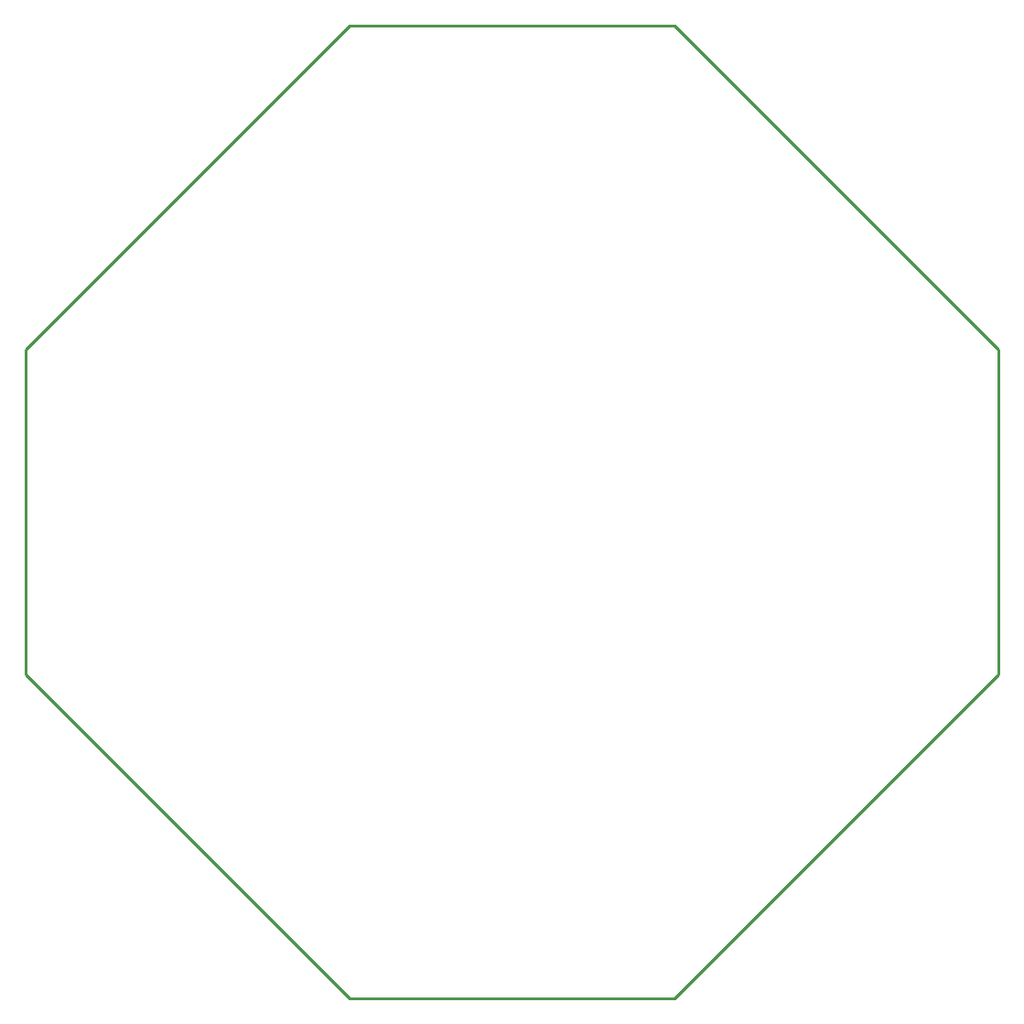
<source format=gko>
G04 Layer: BoardOutlineLayer*
G04 EasyEDA v6.5.1, 2022-06-25 03:13:47*
G04 a67cddfb3fce44daa9051d46cbbcc19f,10*
G04 Gerber Generator version 0.2*
G04 Scale: 100 percent, Rotated: No, Reflected: No *
G04 Dimensions in millimeters *
G04 leading zeros omitted , absolute positions ,4 integer and 5 decimal *
%FSLAX45Y45*%
%MOMM*%

%ADD10C,0.2540*%
D10*
X0Y6000000D02*
G01*
X2999999Y8999999D01*
X6000000Y8999999D01*
X8999999Y6000000D01*
X8999981Y2999994D01*
X5999988Y0D01*
X2999993Y0D01*
X0Y2999994D01*
X0Y6000000D01*

%LPD*%
M02*

</source>
